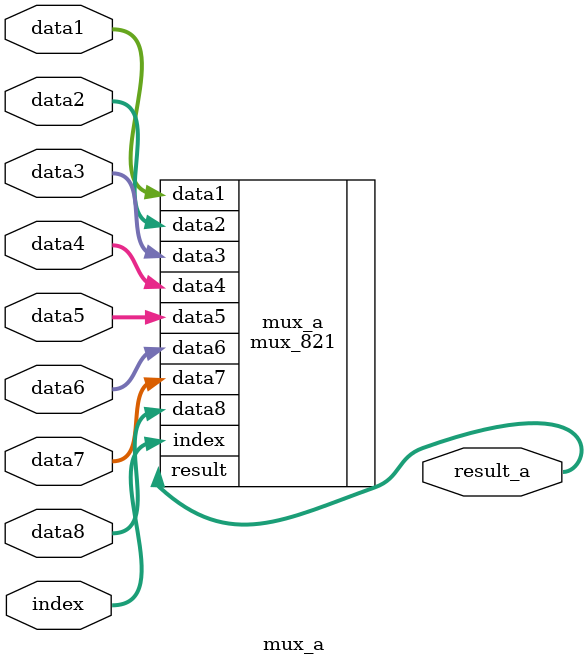
<source format=v>
`timescale 1ns / 1ps


module mux_a(
    input [31:0] data1,
    input [31:0] data2,
    input [31:0] data3,
    input [31:0] data4,
    input [31:0] data5,
    input [31:0] data6,
    input [31:0] data7,
    input [31:0] data8,
    input [2:0] index,
    output [31:0] result_a
    );

    mux_821 mux_a(
        .data1(data1),
        .data2(data2),
        .data3(data3),
        .data4(data4),
        .data5(data5),
        .data6(data6),
        .data7(data7),
        .data8(data8),
        .index(index),
        .result(result_a)
    );
    
endmodule

</source>
